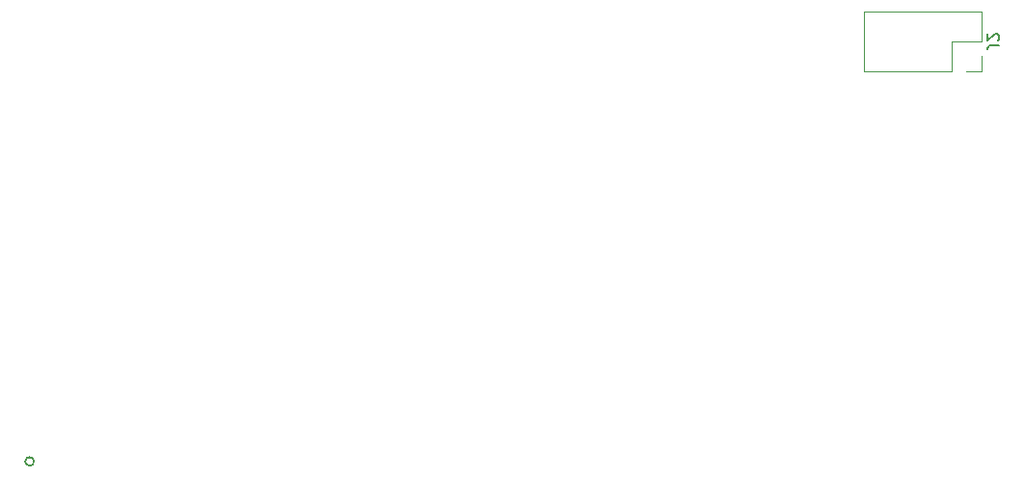
<source format=gbo>
G04 #@! TF.GenerationSoftware,KiCad,Pcbnew,(5.1.6-0-10_14)*
G04 #@! TF.CreationDate,2020-10-13T14:09:36+09:00*
G04 #@! TF.ProjectId,teabiscuits_compute,74656162-6973-4637-9569-74735f636f6d,rev?*
G04 #@! TF.SameCoordinates,Original*
G04 #@! TF.FileFunction,Legend,Bot*
G04 #@! TF.FilePolarity,Positive*
%FSLAX46Y46*%
G04 Gerber Fmt 4.6, Leading zero omitted, Abs format (unit mm)*
G04 Created by KiCad (PCBNEW (5.1.6-0-10_14)) date 2020-10-13 14:09:36*
%MOMM*%
%LPD*%
G01*
G04 APERTURE LIST*
%ADD10C,0.120000*%
%ADD11C,0.152400*%
%ADD12C,0.150000*%
G04 APERTURE END LIST*
D10*
X166710000Y-121510000D02*
X166710000Y-116310000D01*
X174390000Y-121510000D02*
X166710000Y-121510000D01*
X176990000Y-116310000D02*
X166710000Y-116310000D01*
X174390000Y-121510000D02*
X174390000Y-118910000D01*
X174390000Y-118910000D02*
X176990000Y-118910000D01*
X176990000Y-118910000D02*
X176990000Y-116310000D01*
X175660000Y-121510000D02*
X176990000Y-121510000D01*
X176990000Y-121510000D02*
X176990000Y-120180000D01*
D11*
X93793000Y-155810000D02*
G75*
G03*
X93793000Y-155810000I-381000J0D01*
G01*
D12*
X178537619Y-119243333D02*
X177823333Y-119243333D01*
X177680476Y-119290952D01*
X177585238Y-119386190D01*
X177537619Y-119529047D01*
X177537619Y-119624285D01*
X178442380Y-118814761D02*
X178490000Y-118767142D01*
X178537619Y-118671904D01*
X178537619Y-118433809D01*
X178490000Y-118338571D01*
X178442380Y-118290952D01*
X178347142Y-118243333D01*
X178251904Y-118243333D01*
X178109047Y-118290952D01*
X177537619Y-118862380D01*
X177537619Y-118243333D01*
M02*

</source>
